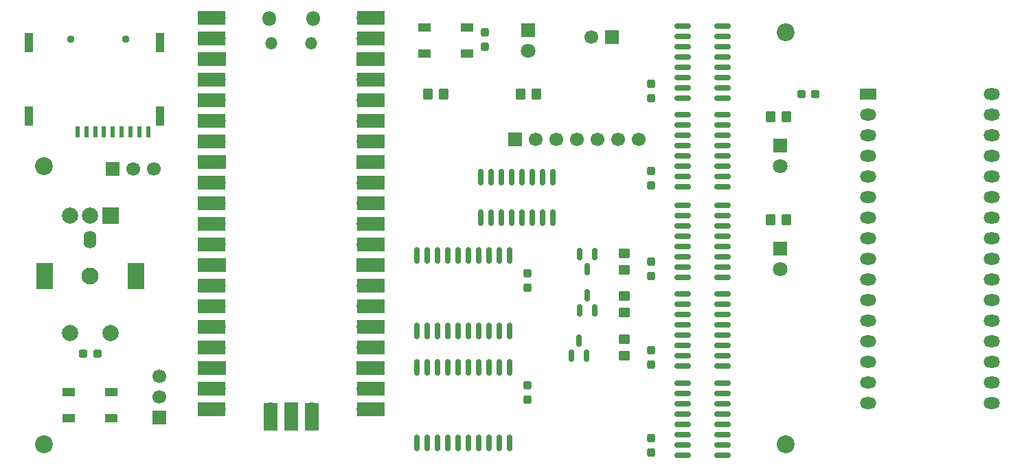
<source format=gbr>
%TF.GenerationSoftware,KiCad,Pcbnew,9.0.4*%
%TF.CreationDate,2025-09-26T12:58:40-07:00*%
%TF.ProjectId,SD-PGMR,53442d50-474d-4522-9e6b-696361645f70,v1.0*%
%TF.SameCoordinates,Original*%
%TF.FileFunction,Soldermask,Top*%
%TF.FilePolarity,Negative*%
%FSLAX46Y46*%
G04 Gerber Fmt 4.6, Leading zero omitted, Abs format (unit mm)*
G04 Created by KiCad (PCBNEW 9.0.4) date 2025-09-26 12:58:40*
%MOMM*%
%LPD*%
G01*
G04 APERTURE LIST*
G04 Aperture macros list*
%AMRoundRect*
0 Rectangle with rounded corners*
0 $1 Rounding radius*
0 $2 $3 $4 $5 $6 $7 $8 $9 X,Y pos of 4 corners*
0 Add a 4 corners polygon primitive as box body*
4,1,4,$2,$3,$4,$5,$6,$7,$8,$9,$2,$3,0*
0 Add four circle primitives for the rounded corners*
1,1,$1+$1,$2,$3*
1,1,$1+$1,$4,$5*
1,1,$1+$1,$6,$7*
1,1,$1+$1,$8,$9*
0 Add four rect primitives between the rounded corners*
20,1,$1+$1,$2,$3,$4,$5,0*
20,1,$1+$1,$4,$5,$6,$7,0*
20,1,$1+$1,$6,$7,$8,$9,0*
20,1,$1+$1,$8,$9,$2,$3,0*%
G04 Aperture macros list end*
%ADD10RoundRect,0.237500X-0.300000X-0.237500X0.300000X-0.237500X0.300000X0.237500X-0.300000X0.237500X0*%
%ADD11C,2.200000*%
%ADD12R,1.700000X1.700000*%
%ADD13C,1.700000*%
%ADD14R,1.600000X1.000000*%
%ADD15R,2.000000X1.440000*%
%ADD16O,2.000000X1.440000*%
%ADD17RoundRect,0.150000X0.825000X0.150000X-0.825000X0.150000X-0.825000X-0.150000X0.825000X-0.150000X0*%
%ADD18RoundRect,0.150000X0.150000X-0.825000X0.150000X0.825000X-0.150000X0.825000X-0.150000X-0.825000X0*%
%ADD19O,1.800000X1.800000*%
%ADD20O,1.500000X1.500000*%
%ADD21O,1.700000X1.700000*%
%ADD22R,3.500000X1.700000*%
%ADD23R,1.700000X3.500000*%
%ADD24RoundRect,0.150000X-0.150000X0.875000X-0.150000X-0.875000X0.150000X-0.875000X0.150000X0.875000X0*%
%ADD25C,0.950000*%
%ADD26R,0.620000X1.400000*%
%ADD27R,1.100000X2.400000*%
%ADD28O,1.600000X2.200000*%
%ADD29C,2.100000*%
%ADD30R,2.000000X2.000000*%
%ADD31C,2.000000*%
%ADD32R,2.000000X3.200000*%
%ADD33RoundRect,0.250000X-0.350000X-0.450000X0.350000X-0.450000X0.350000X0.450000X-0.350000X0.450000X0*%
%ADD34RoundRect,0.250000X0.350000X0.450000X-0.350000X0.450000X-0.350000X-0.450000X0.350000X-0.450000X0*%
%ADD35RoundRect,0.250000X0.450000X-0.350000X0.450000X0.350000X-0.450000X0.350000X-0.450000X-0.350000X0*%
%ADD36RoundRect,0.250000X-0.450000X0.350000X-0.450000X-0.350000X0.450000X-0.350000X0.450000X0.350000X0*%
%ADD37RoundRect,0.150000X0.150000X-0.587500X0.150000X0.587500X-0.150000X0.587500X-0.150000X-0.587500X0*%
%ADD38RoundRect,0.150000X-0.150000X0.587500X-0.150000X-0.587500X0.150000X-0.587500X0.150000X0.587500X0*%
%ADD39R,1.800000X1.800000*%
%ADD40C,1.800000*%
%ADD41RoundRect,0.237500X-0.237500X0.300000X-0.237500X-0.300000X0.237500X-0.300000X0.237500X0.300000X0*%
%ADD42RoundRect,0.237500X0.300000X0.237500X-0.300000X0.237500X-0.300000X-0.237500X0.300000X-0.237500X0*%
G04 APERTURE END LIST*
D10*
%TO.C,C10*%
X173381500Y-88900000D03*
X175106500Y-88900000D03*
%TD*%
D11*
%TO.C,H4*%
X171450000Y-81280000D03*
%TD*%
%TO.C,H3*%
X171450000Y-132080000D03*
%TD*%
%TO.C,H2*%
X80010000Y-132080000D03*
%TD*%
%TO.C,H1*%
X80010000Y-97790000D03*
%TD*%
D12*
%TO.C,J4*%
X94234000Y-128778000D03*
D13*
X94234000Y-126238000D03*
X94234000Y-123698000D03*
%TD*%
D14*
%TO.C,SW2*%
X83100000Y-125650000D03*
X88350000Y-125650000D03*
X83100000Y-128850000D03*
X88350000Y-128850000D03*
%TD*%
%TO.C,SW1*%
X126915000Y-80696000D03*
X132165000Y-80696000D03*
X126915000Y-83896000D03*
X132165000Y-83896000D03*
%TD*%
D15*
%TO.C,U10*%
X181610000Y-88900000D03*
D16*
X181610000Y-91440000D03*
X181610000Y-93980000D03*
X181610000Y-96520000D03*
X181610000Y-99060000D03*
X181610000Y-101600000D03*
X181610000Y-104140000D03*
X181610000Y-106680000D03*
X181610000Y-109220000D03*
X181610000Y-111760000D03*
X181610000Y-114300000D03*
X181610000Y-116840000D03*
X181610000Y-119380000D03*
X181610000Y-121920000D03*
X181610000Y-124460000D03*
X181610000Y-127000000D03*
X196850000Y-127000000D03*
X196850000Y-124460000D03*
X196850000Y-121920000D03*
X196850000Y-119380000D03*
X196850000Y-116840000D03*
X196850000Y-114300000D03*
X196850000Y-111760000D03*
X196850000Y-109220000D03*
X196850000Y-106680000D03*
X196850000Y-104140000D03*
X196850000Y-101600000D03*
X196850000Y-99060000D03*
X196850000Y-96520000D03*
X196850000Y-93980000D03*
X196850000Y-91440000D03*
X196850000Y-88900000D03*
%TD*%
D17*
%TO.C,U9*%
X163672500Y-89408000D03*
X163672500Y-88138000D03*
X163672500Y-86868000D03*
X163672500Y-85598000D03*
X163672500Y-84328000D03*
X163672500Y-83058000D03*
X163672500Y-81788000D03*
X163672500Y-80518000D03*
X158722500Y-80518000D03*
X158722500Y-81788000D03*
X158722500Y-83058000D03*
X158722500Y-84328000D03*
X158722500Y-85598000D03*
X158722500Y-86868000D03*
X158722500Y-88138000D03*
X158722500Y-89408000D03*
%TD*%
%TO.C,U8*%
X163672500Y-100330000D03*
X163672500Y-99060000D03*
X163672500Y-97790000D03*
X163672500Y-96520000D03*
X163672500Y-95250000D03*
X163672500Y-93980000D03*
X163672500Y-92710000D03*
X163672500Y-91440000D03*
X158722500Y-91440000D03*
X158722500Y-92710000D03*
X158722500Y-93980000D03*
X158722500Y-95250000D03*
X158722500Y-96520000D03*
X158722500Y-97790000D03*
X158722500Y-99060000D03*
X158722500Y-100330000D03*
%TD*%
%TO.C,U7*%
X163672500Y-111506000D03*
X163672500Y-110236000D03*
X163672500Y-108966000D03*
X163672500Y-107696000D03*
X163672500Y-106426000D03*
X163672500Y-105156000D03*
X163672500Y-103886000D03*
X163672500Y-102616000D03*
X158722500Y-102616000D03*
X158722500Y-103886000D03*
X158722500Y-105156000D03*
X158722500Y-106426000D03*
X158722500Y-107696000D03*
X158722500Y-108966000D03*
X158722500Y-110236000D03*
X158722500Y-111506000D03*
%TD*%
%TO.C,U6*%
X163672500Y-122428000D03*
X163672500Y-121158000D03*
X163672500Y-119888000D03*
X163672500Y-118618000D03*
X163672500Y-117348000D03*
X163672500Y-116078000D03*
X163672500Y-114808000D03*
X163672500Y-113538000D03*
X158722500Y-113538000D03*
X158722500Y-114808000D03*
X158722500Y-116078000D03*
X158722500Y-117348000D03*
X158722500Y-118618000D03*
X158722500Y-119888000D03*
X158722500Y-121158000D03*
X158722500Y-122428000D03*
%TD*%
%TO.C,U5*%
X163672500Y-133477000D03*
X163672500Y-132207000D03*
X163672500Y-130937000D03*
X163672500Y-129667000D03*
X163672500Y-128397000D03*
X163672500Y-127127000D03*
X163672500Y-125857000D03*
X163672500Y-124587000D03*
X158722500Y-124587000D03*
X158722500Y-125857000D03*
X158722500Y-127127000D03*
X158722500Y-128397000D03*
X158722500Y-129667000D03*
X158722500Y-130937000D03*
X158722500Y-132207000D03*
X158722500Y-133477000D03*
%TD*%
D18*
%TO.C,U4*%
X133892500Y-104140000D03*
X135162500Y-104140000D03*
X136432500Y-104140000D03*
X137702500Y-104140000D03*
X138972500Y-104140000D03*
X140242500Y-104140000D03*
X141512500Y-104140000D03*
X142782500Y-104140000D03*
X142782500Y-99190000D03*
X141512500Y-99190000D03*
X140242500Y-99190000D03*
X138972500Y-99190000D03*
X137702500Y-99190000D03*
X136432500Y-99190000D03*
X135162500Y-99190000D03*
X133892500Y-99190000D03*
%TD*%
D19*
%TO.C,U3*%
X107765000Y-79632000D03*
D20*
X108065000Y-82662000D03*
X112915000Y-82662000D03*
D19*
X113215000Y-79632000D03*
D21*
X101600000Y-79502000D03*
D22*
X100700000Y-79502000D03*
D21*
X101600000Y-82042000D03*
D22*
X100700000Y-82042000D03*
D12*
X101600000Y-84582000D03*
D22*
X100700000Y-84582000D03*
D21*
X101600000Y-87122000D03*
D22*
X100700000Y-87122000D03*
D21*
X101600000Y-89662000D03*
D22*
X100700000Y-89662000D03*
D21*
X101600000Y-92202000D03*
D22*
X100700000Y-92202000D03*
D21*
X101600000Y-94742000D03*
D22*
X100700000Y-94742000D03*
D12*
X101600000Y-97282000D03*
D22*
X100700000Y-97282000D03*
D21*
X101600000Y-99822000D03*
D22*
X100700000Y-99822000D03*
D21*
X101600000Y-102362000D03*
D22*
X100700000Y-102362000D03*
D21*
X101600000Y-104902000D03*
D22*
X100700000Y-104902000D03*
D21*
X101600000Y-107442000D03*
D22*
X100700000Y-107442000D03*
D12*
X101600000Y-109982000D03*
D22*
X100700000Y-109982000D03*
D21*
X101600000Y-112522000D03*
D22*
X100700000Y-112522000D03*
D21*
X101600000Y-115062000D03*
D22*
X100700000Y-115062000D03*
D21*
X101600000Y-117602000D03*
D22*
X100700000Y-117602000D03*
D21*
X101600000Y-120142000D03*
D22*
X100700000Y-120142000D03*
D12*
X101600000Y-122682000D03*
D22*
X100700000Y-122682000D03*
D21*
X101600000Y-125222000D03*
D22*
X100700000Y-125222000D03*
D21*
X101600000Y-127762000D03*
D22*
X100700000Y-127762000D03*
D21*
X119380000Y-127762000D03*
D22*
X120280000Y-127762000D03*
D21*
X119380000Y-125222000D03*
D22*
X120280000Y-125222000D03*
D12*
X119380000Y-122682000D03*
D22*
X120280000Y-122682000D03*
D21*
X119380000Y-120142000D03*
D22*
X120280000Y-120142000D03*
D21*
X119380000Y-117602000D03*
D22*
X120280000Y-117602000D03*
D21*
X119380000Y-115062000D03*
D22*
X120280000Y-115062000D03*
D21*
X119380000Y-112522000D03*
D22*
X120280000Y-112522000D03*
D12*
X119380000Y-109982000D03*
D22*
X120280000Y-109982000D03*
D21*
X119380000Y-107442000D03*
D22*
X120280000Y-107442000D03*
D21*
X119380000Y-104902000D03*
D22*
X120280000Y-104902000D03*
D21*
X119380000Y-102362000D03*
D22*
X120280000Y-102362000D03*
D21*
X119380000Y-99822000D03*
D22*
X120280000Y-99822000D03*
D12*
X119380000Y-97282000D03*
D22*
X120280000Y-97282000D03*
D21*
X119380000Y-94742000D03*
D22*
X120280000Y-94742000D03*
D21*
X119380000Y-92202000D03*
D22*
X120280000Y-92202000D03*
D21*
X119380000Y-89662000D03*
D22*
X120280000Y-89662000D03*
D21*
X119380000Y-87122000D03*
D22*
X120280000Y-87122000D03*
D12*
X119380000Y-84582000D03*
D22*
X120280000Y-84582000D03*
D21*
X119380000Y-82042000D03*
D22*
X120280000Y-82042000D03*
D21*
X119380000Y-79502000D03*
D22*
X120280000Y-79502000D03*
D21*
X107954000Y-127802000D03*
D23*
X107954000Y-128702000D03*
D12*
X110494000Y-127802000D03*
D23*
X110494000Y-128702000D03*
D21*
X113034000Y-127802000D03*
D23*
X113034000Y-128702000D03*
%TD*%
D24*
%TO.C,U2*%
X137448500Y-122604000D03*
X136178500Y-122604000D03*
X134908500Y-122604000D03*
X133638500Y-122604000D03*
X132368500Y-122604000D03*
X131098500Y-122604000D03*
X129828500Y-122604000D03*
X128558500Y-122604000D03*
X127288500Y-122604000D03*
X126018500Y-122604000D03*
X126018500Y-131904000D03*
X127288500Y-131904000D03*
X128558500Y-131904000D03*
X129828500Y-131904000D03*
X131098500Y-131904000D03*
X132368500Y-131904000D03*
X133638500Y-131904000D03*
X134908500Y-131904000D03*
X136178500Y-131904000D03*
X137448500Y-131904000D03*
%TD*%
%TO.C,U1*%
X137448500Y-108810000D03*
X136178500Y-108810000D03*
X134908500Y-108810000D03*
X133638500Y-108810000D03*
X132368500Y-108810000D03*
X131098500Y-108810000D03*
X129828500Y-108810000D03*
X128558500Y-108810000D03*
X127288500Y-108810000D03*
X126018500Y-108810000D03*
X126018500Y-118110000D03*
X127288500Y-118110000D03*
X128558500Y-118110000D03*
X129828500Y-118110000D03*
X131098500Y-118110000D03*
X132368500Y-118110000D03*
X133638500Y-118110000D03*
X134908500Y-118110000D03*
X136178500Y-118110000D03*
X137448500Y-118110000D03*
%TD*%
D25*
%TO.C,SD1*%
X90101000Y-82180000D03*
X83301000Y-82180000D03*
D26*
X84121000Y-93600000D03*
X85221000Y-93600000D03*
X86321000Y-93600000D03*
X87421000Y-93600000D03*
X88521000Y-93600000D03*
X89621000Y-93600000D03*
X90721000Y-93600000D03*
X91821000Y-93600000D03*
X92921000Y-93600000D03*
D27*
X94301000Y-91600000D03*
X94301000Y-82600000D03*
X78151000Y-91600000D03*
X78151000Y-82600000D03*
%TD*%
D28*
%TO.C,RE1*%
X85725000Y-106875000D03*
D29*
X85725000Y-111375000D03*
D30*
X88225000Y-103875000D03*
D31*
X83225000Y-103875000D03*
X85725000Y-103875000D03*
D32*
X91325000Y-111375000D03*
X80125000Y-111375000D03*
D31*
X83225000Y-118375000D03*
X88225000Y-118375000D03*
%TD*%
D33*
%TO.C,R7*%
X169577000Y-104394000D03*
X171577000Y-104394000D03*
%TD*%
D34*
%TO.C,R6*%
X140734500Y-88900000D03*
X138734500Y-88900000D03*
%TD*%
%TO.C,R5*%
X129304500Y-88900000D03*
X127304500Y-88900000D03*
%TD*%
D35*
%TO.C,R4*%
X151545500Y-115824000D03*
X151545500Y-113824000D03*
%TD*%
D36*
%TO.C,R3*%
X151545500Y-119158000D03*
X151545500Y-121158000D03*
%TD*%
D33*
%TO.C,R2*%
X169577000Y-91694000D03*
X171577000Y-91694000D03*
%TD*%
D35*
%TO.C,R1*%
X151545500Y-110592000D03*
X151545500Y-108592000D03*
%TD*%
D37*
%TO.C,Q3*%
X146023500Y-115609500D03*
X147923500Y-115609500D03*
X146973500Y-113734500D03*
%TD*%
%TO.C,Q2*%
X145007500Y-121197500D03*
X146907500Y-121197500D03*
X145957500Y-119322500D03*
%TD*%
D38*
%TO.C,Q1*%
X147923500Y-108654500D03*
X146023500Y-108654500D03*
X146973500Y-110529500D03*
%TD*%
D39*
%TO.C,LED3*%
X170815000Y-107950000D03*
D40*
X170815000Y-110490000D03*
%TD*%
D39*
%TO.C,LED2*%
X139700000Y-81026000D03*
D40*
X139700000Y-83566000D03*
%TD*%
D39*
%TO.C,LED1*%
X170815000Y-95250000D03*
D40*
X170815000Y-97790000D03*
%TD*%
D12*
%TO.C,J3*%
X149992000Y-81915000D03*
D13*
X147452000Y-81915000D03*
%TD*%
D12*
%TO.C,J2*%
X88519000Y-98171000D03*
D13*
X91059000Y-98171000D03*
X93599000Y-98171000D03*
%TD*%
D12*
%TO.C,J1*%
X138083500Y-94488000D03*
D13*
X140623500Y-94488000D03*
X143163500Y-94488000D03*
X145703500Y-94488000D03*
X148243500Y-94488000D03*
X150783500Y-94488000D03*
X153323500Y-94488000D03*
%TD*%
D41*
%TO.C,C9*%
X154847500Y-87683000D03*
X154847500Y-89408000D03*
%TD*%
%TO.C,C8*%
X154847500Y-98451500D03*
X154847500Y-100176500D03*
%TD*%
%TO.C,C7*%
X154847500Y-109627500D03*
X154847500Y-111352500D03*
%TD*%
%TO.C,C6*%
X154847500Y-120549500D03*
X154847500Y-122274500D03*
%TD*%
%TO.C,C5*%
X154847500Y-131371000D03*
X154847500Y-133096000D03*
%TD*%
%TO.C,C4*%
X134366000Y-81333000D03*
X134366000Y-83058000D03*
%TD*%
%TO.C,C3*%
X139607500Y-124867500D03*
X139607500Y-126592500D03*
%TD*%
%TO.C,C2*%
X139607500Y-111051000D03*
X139607500Y-112776000D03*
%TD*%
D42*
%TO.C,C1*%
X86587500Y-120900000D03*
X84862500Y-120900000D03*
%TD*%
M02*

</source>
